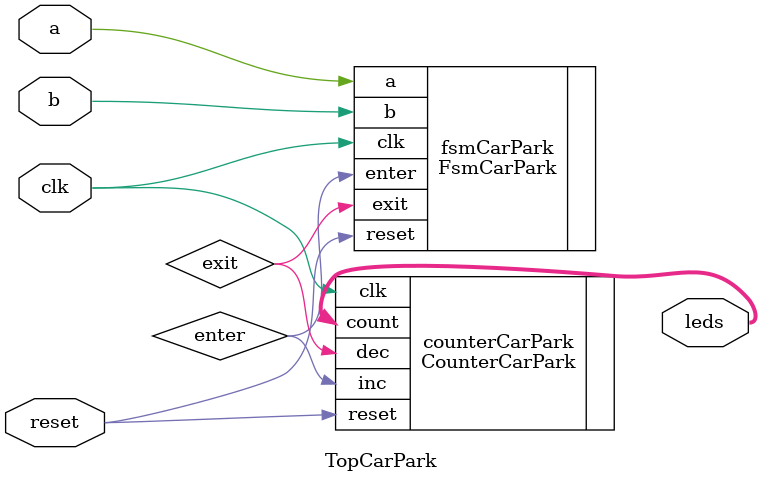
<source format=v>
module TopCarPark #(
    parameter WIDTH = 4
)(
    input  wire clk,
    input  wire reset,
    input  wire a,  // sensor a
    input  wire b,  // sensor b
    output wire [WIDTH-1:0] leds  // occupancy displayed on 4 LEDs (0..15)
);

    // Instantiate FSM
    FsmCarPark fsmCarPark (
        .clk(clk),
        .reset(reset),
        .a(a),
        .b(b),
        .enter(enter),
        .exit(exit)
    );

    // Instantiate counter
    CounterCarPark #(.WIDTH(WIDTH)) counterCarPark (
        .clk(clk),
        .reset(reset),
        .inc(enter),
        .dec(exit),
        .count(leds)
    );

endmodule

</source>
